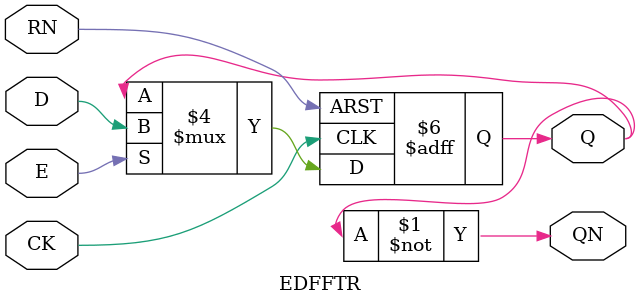
<source format=v>
`timescale 1ps / 1ps

module EDFFTR (
    input wire RN,        // Reset asincron (activ pe '0')
    input wire E,         // Enable
    input wire D,         // Intrare de date
    input wire CK,        // Semnal de ceas
    output reg Q,         // Ie?irea principal?
    output wire QN        // Ie?irea inversat?
);

    // Ie?irea complementar? este negarea lui Q
    assign QN = ~Q;

    // Parametri generici pentru timpi dinamici
    parameter tpLH_CK_Q = 498;        // Timp de propagare CK ? Q (ns -> ps)
    parameter tpHL_CK_Q = 660;        // Timp de propagare CK ? Q (ns -> ps)
    parameter tpLH_CK_QN = 808;       // Timp de propagare CK ? QN (ns -> ps)
    parameter tpHL_CK_QN = 644;       // Timp de propagare CK ? QN (ns -> ps)
    parameter tSETUP = 515;           // Setup time pentru D înainte de CK (ns -> ps)
    parameter tHOLD = 886;            // Hold time pentru D dup? CK (ns -> ps)

    always @(posedge CK or negedge RN) begin
        if (!RN) begin
            Q <= #tpHL_CK_Q 1'b0;  // Reset pe Q
        end else if (E) begin
            Q <= #tpLH_CK_Q D;     // Transfer? D la Q
        end
    end

    specify
        // Specifica?ii pentru timpii de setup ?i hold
        $setup(D, posedge CK, tSETUP);
        $hold(posedge CK, D, tHOLD);
    endspecify

endmodule

</source>
